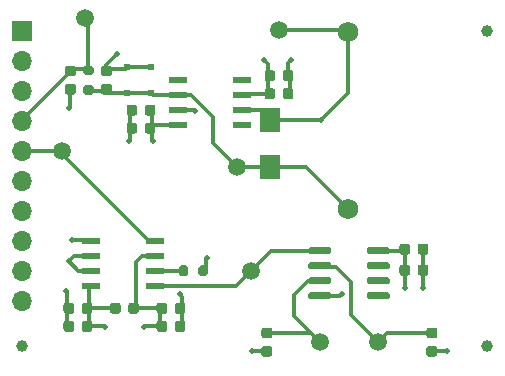
<source format=gbr>
G04 #@! TF.GenerationSoftware,KiCad,Pcbnew,(5.1.7)-1*
G04 #@! TF.CreationDate,2020-12-17T15:43:41-06:00*
G04 #@! TF.ProjectId,analog_pcb,616e616c-6f67-45f7-9063-622e6b696361,2.0*
G04 #@! TF.SameCoordinates,Original*
G04 #@! TF.FileFunction,Copper,L1,Top*
G04 #@! TF.FilePolarity,Positive*
%FSLAX46Y46*%
G04 Gerber Fmt 4.6, Leading zero omitted, Abs format (unit mm)*
G04 Created by KiCad (PCBNEW (5.1.7)-1) date 2020-12-17 15:43:41*
%MOMM*%
%LPD*%
G01*
G04 APERTURE LIST*
G04 #@! TA.AperFunction,SMDPad,CuDef*
%ADD10R,0.500000X0.500000*%
G04 #@! TD*
G04 #@! TA.AperFunction,SMDPad,CuDef*
%ADD11C,1.000000*%
G04 #@! TD*
G04 #@! TA.AperFunction,ComponentPad*
%ADD12O,1.700000X1.700000*%
G04 #@! TD*
G04 #@! TA.AperFunction,ComponentPad*
%ADD13R,1.700000X1.700000*%
G04 #@! TD*
G04 #@! TA.AperFunction,SMDPad,CuDef*
%ADD14R,1.700000X2.000000*%
G04 #@! TD*
G04 #@! TA.AperFunction,SMDPad,CuDef*
%ADD15C,1.500000*%
G04 #@! TD*
G04 #@! TA.AperFunction,SMDPad,CuDef*
%ADD16R,1.550000X0.600000*%
G04 #@! TD*
G04 #@! TA.AperFunction,ComponentPad*
%ADD17C,1.750000*%
G04 #@! TD*
G04 #@! TA.AperFunction,ComponentPad*
%ADD18C,1.500000*%
G04 #@! TD*
G04 #@! TA.AperFunction,ViaPad*
%ADD19C,0.508000*%
G04 #@! TD*
G04 #@! TA.AperFunction,Conductor*
%ADD20C,0.304800*%
G04 #@! TD*
G04 APERTURE END LIST*
D10*
X127896700Y-69931300D03*
X127896700Y-72131300D03*
X125864700Y-69931300D03*
X125864700Y-72131300D03*
D11*
X116940000Y-93510000D03*
X156310000Y-93510000D03*
X156310000Y-66840000D03*
D12*
X116940000Y-89700000D03*
X116940000Y-87160000D03*
X116940000Y-84620000D03*
X116940000Y-82080000D03*
X116940000Y-79540000D03*
X116940000Y-77000000D03*
X116940000Y-74460000D03*
X116940000Y-71920000D03*
X116940000Y-69380000D03*
D13*
X116940000Y-66840000D03*
D14*
X137929700Y-78365300D03*
X137929700Y-74365300D03*
D15*
X136350000Y-87150000D03*
X122250000Y-65750000D03*
X135100000Y-78350000D03*
X138684000Y-66802000D03*
X120350000Y-77000000D03*
D16*
X135549700Y-71031300D03*
X135549700Y-72301300D03*
X135549700Y-73571300D03*
X135549700Y-74841300D03*
X130149700Y-74841300D03*
X130149700Y-73571300D03*
X130149700Y-72301300D03*
X130149700Y-71031300D03*
X128179700Y-84633300D03*
X128179700Y-85903300D03*
X128179700Y-87173300D03*
X128179700Y-88443300D03*
X122779700Y-88443300D03*
X122779700Y-87173300D03*
X122779700Y-85903300D03*
X122779700Y-84633300D03*
G04 #@! TA.AperFunction,SMDPad,CuDef*
G36*
G01*
X129868700Y-90598300D02*
X129868700Y-90098300D01*
G75*
G02*
X130093700Y-89873300I225000J0D01*
G01*
X130543700Y-89873300D01*
G75*
G02*
X130768700Y-90098300I0J-225000D01*
G01*
X130768700Y-90598300D01*
G75*
G02*
X130543700Y-90823300I-225000J0D01*
G01*
X130093700Y-90823300D01*
G75*
G02*
X129868700Y-90598300I0J225000D01*
G01*
G37*
G04 #@! TD.AperFunction*
G04 #@! TA.AperFunction,SMDPad,CuDef*
G36*
G01*
X128318700Y-90598300D02*
X128318700Y-90098300D01*
G75*
G02*
X128543700Y-89873300I225000J0D01*
G01*
X128993700Y-89873300D01*
G75*
G02*
X129218700Y-90098300I0J-225000D01*
G01*
X129218700Y-90598300D01*
G75*
G02*
X128993700Y-90823300I-225000J0D01*
G01*
X128543700Y-90823300D01*
G75*
G02*
X128318700Y-90598300I0J225000D01*
G01*
G37*
G04 #@! TD.AperFunction*
G04 #@! TA.AperFunction,SMDPad,CuDef*
G36*
G01*
X120444700Y-90598300D02*
X120444700Y-90098300D01*
G75*
G02*
X120669700Y-89873300I225000J0D01*
G01*
X121119700Y-89873300D01*
G75*
G02*
X121344700Y-90098300I0J-225000D01*
G01*
X121344700Y-90598300D01*
G75*
G02*
X121119700Y-90823300I-225000J0D01*
G01*
X120669700Y-90823300D01*
G75*
G02*
X120444700Y-90598300I0J225000D01*
G01*
G37*
G04 #@! TD.AperFunction*
G04 #@! TA.AperFunction,SMDPad,CuDef*
G36*
G01*
X121994700Y-90598300D02*
X121994700Y-90098300D01*
G75*
G02*
X122219700Y-89873300I225000J0D01*
G01*
X122669700Y-89873300D01*
G75*
G02*
X122894700Y-90098300I0J-225000D01*
G01*
X122894700Y-90598300D01*
G75*
G02*
X122669700Y-90823300I-225000J0D01*
G01*
X122219700Y-90823300D01*
G75*
G02*
X121994700Y-90598300I0J225000D01*
G01*
G37*
G04 #@! TD.AperFunction*
G04 #@! TA.AperFunction,SMDPad,CuDef*
G36*
G01*
X128318700Y-92122300D02*
X128318700Y-91622300D01*
G75*
G02*
X128543700Y-91397300I225000J0D01*
G01*
X128993700Y-91397300D01*
G75*
G02*
X129218700Y-91622300I0J-225000D01*
G01*
X129218700Y-92122300D01*
G75*
G02*
X128993700Y-92347300I-225000J0D01*
G01*
X128543700Y-92347300D01*
G75*
G02*
X128318700Y-92122300I0J225000D01*
G01*
G37*
G04 #@! TD.AperFunction*
G04 #@! TA.AperFunction,SMDPad,CuDef*
G36*
G01*
X129868700Y-92122300D02*
X129868700Y-91622300D01*
G75*
G02*
X130093700Y-91397300I225000J0D01*
G01*
X130543700Y-91397300D01*
G75*
G02*
X130768700Y-91622300I0J-225000D01*
G01*
X130768700Y-92122300D01*
G75*
G02*
X130543700Y-92347300I-225000J0D01*
G01*
X130093700Y-92347300D01*
G75*
G02*
X129868700Y-92122300I0J225000D01*
G01*
G37*
G04 #@! TD.AperFunction*
G04 #@! TA.AperFunction,SMDPad,CuDef*
G36*
G01*
X121994700Y-92122300D02*
X121994700Y-91622300D01*
G75*
G02*
X122219700Y-91397300I225000J0D01*
G01*
X122669700Y-91397300D01*
G75*
G02*
X122894700Y-91622300I0J-225000D01*
G01*
X122894700Y-92122300D01*
G75*
G02*
X122669700Y-92347300I-225000J0D01*
G01*
X122219700Y-92347300D01*
G75*
G02*
X121994700Y-92122300I0J225000D01*
G01*
G37*
G04 #@! TD.AperFunction*
G04 #@! TA.AperFunction,SMDPad,CuDef*
G36*
G01*
X120444700Y-92122300D02*
X120444700Y-91622300D01*
G75*
G02*
X120669700Y-91397300I225000J0D01*
G01*
X121119700Y-91397300D01*
G75*
G02*
X121344700Y-91622300I0J-225000D01*
G01*
X121344700Y-92122300D01*
G75*
G02*
X121119700Y-92347300I-225000J0D01*
G01*
X120669700Y-92347300D01*
G75*
G02*
X120444700Y-92122300I0J225000D01*
G01*
G37*
G04 #@! TD.AperFunction*
G04 #@! TA.AperFunction,SMDPad,CuDef*
G36*
G01*
X125281700Y-90098300D02*
X125281700Y-90598300D01*
G75*
G02*
X125056700Y-90823300I-225000J0D01*
G01*
X124606700Y-90823300D01*
G75*
G02*
X124381700Y-90598300I0J225000D01*
G01*
X124381700Y-90098300D01*
G75*
G02*
X124606700Y-89873300I225000J0D01*
G01*
X125056700Y-89873300D01*
G75*
G02*
X125281700Y-90098300I0J-225000D01*
G01*
G37*
G04 #@! TD.AperFunction*
G04 #@! TA.AperFunction,SMDPad,CuDef*
G36*
G01*
X126831700Y-90098300D02*
X126831700Y-90598300D01*
G75*
G02*
X126606700Y-90823300I-225000J0D01*
G01*
X126156700Y-90823300D01*
G75*
G02*
X125931700Y-90598300I0J225000D01*
G01*
X125931700Y-90098300D01*
G75*
G02*
X126156700Y-89873300I225000J0D01*
G01*
X126606700Y-89873300D01*
G75*
G02*
X126831700Y-90098300I0J-225000D01*
G01*
G37*
G04 #@! TD.AperFunction*
D17*
X144526000Y-81922000D03*
X144526000Y-66922000D03*
G04 #@! TA.AperFunction,SMDPad,CuDef*
G36*
G01*
X120788700Y-71356300D02*
X121288700Y-71356300D01*
G75*
G02*
X121513700Y-71581300I0J-225000D01*
G01*
X121513700Y-72031300D01*
G75*
G02*
X121288700Y-72256300I-225000J0D01*
G01*
X120788700Y-72256300D01*
G75*
G02*
X120563700Y-72031300I0J225000D01*
G01*
X120563700Y-71581300D01*
G75*
G02*
X120788700Y-71356300I225000J0D01*
G01*
G37*
G04 #@! TD.AperFunction*
G04 #@! TA.AperFunction,SMDPad,CuDef*
G36*
G01*
X120788700Y-69806300D02*
X121288700Y-69806300D01*
G75*
G02*
X121513700Y-70031300I0J-225000D01*
G01*
X121513700Y-70481300D01*
G75*
G02*
X121288700Y-70706300I-225000J0D01*
G01*
X120788700Y-70706300D01*
G75*
G02*
X120563700Y-70481300I0J225000D01*
G01*
X120563700Y-70031300D01*
G75*
G02*
X120788700Y-69806300I225000J0D01*
G01*
G37*
G04 #@! TD.AperFunction*
G04 #@! TA.AperFunction,SMDPad,CuDef*
G36*
G01*
X124336700Y-72256300D02*
X123836700Y-72256300D01*
G75*
G02*
X123611700Y-72031300I0J225000D01*
G01*
X123611700Y-71581300D01*
G75*
G02*
X123836700Y-71356300I225000J0D01*
G01*
X124336700Y-71356300D01*
G75*
G02*
X124561700Y-71581300I0J-225000D01*
G01*
X124561700Y-72031300D01*
G75*
G02*
X124336700Y-72256300I-225000J0D01*
G01*
G37*
G04 #@! TD.AperFunction*
G04 #@! TA.AperFunction,SMDPad,CuDef*
G36*
G01*
X124336700Y-70706300D02*
X123836700Y-70706300D01*
G75*
G02*
X123611700Y-70481300I0J225000D01*
G01*
X123611700Y-70031300D01*
G75*
G02*
X123836700Y-69806300I225000J0D01*
G01*
X124336700Y-69806300D01*
G75*
G02*
X124561700Y-70031300I0J-225000D01*
G01*
X124561700Y-70481300D01*
G75*
G02*
X124336700Y-70706300I-225000J0D01*
G01*
G37*
G04 #@! TD.AperFunction*
G04 #@! TA.AperFunction,SMDPad,CuDef*
G36*
G01*
X148889000Y-85594000D02*
X148889000Y-85094000D01*
G75*
G02*
X149114000Y-84869000I225000J0D01*
G01*
X149564000Y-84869000D01*
G75*
G02*
X149789000Y-85094000I0J-225000D01*
G01*
X149789000Y-85594000D01*
G75*
G02*
X149564000Y-85819000I-225000J0D01*
G01*
X149114000Y-85819000D01*
G75*
G02*
X148889000Y-85594000I0J225000D01*
G01*
G37*
G04 #@! TD.AperFunction*
G04 #@! TA.AperFunction,SMDPad,CuDef*
G36*
G01*
X150439000Y-85594000D02*
X150439000Y-85094000D01*
G75*
G02*
X150664000Y-84869000I225000J0D01*
G01*
X151114000Y-84869000D01*
G75*
G02*
X151339000Y-85094000I0J-225000D01*
G01*
X151339000Y-85594000D01*
G75*
G02*
X151114000Y-85819000I-225000J0D01*
G01*
X150664000Y-85819000D01*
G75*
G02*
X150439000Y-85594000I0J225000D01*
G01*
G37*
G04 #@! TD.AperFunction*
G04 #@! TA.AperFunction,SMDPad,CuDef*
G36*
G01*
X150439000Y-87372000D02*
X150439000Y-86872000D01*
G75*
G02*
X150664000Y-86647000I225000J0D01*
G01*
X151114000Y-86647000D01*
G75*
G02*
X151339000Y-86872000I0J-225000D01*
G01*
X151339000Y-87372000D01*
G75*
G02*
X151114000Y-87597000I-225000J0D01*
G01*
X150664000Y-87597000D01*
G75*
G02*
X150439000Y-87372000I0J225000D01*
G01*
G37*
G04 #@! TD.AperFunction*
G04 #@! TA.AperFunction,SMDPad,CuDef*
G36*
G01*
X148889000Y-87372000D02*
X148889000Y-86872000D01*
G75*
G02*
X149114000Y-86647000I225000J0D01*
G01*
X149564000Y-86647000D01*
G75*
G02*
X149789000Y-86872000I0J-225000D01*
G01*
X149789000Y-87372000D01*
G75*
G02*
X149564000Y-87597000I-225000J0D01*
G01*
X149114000Y-87597000D01*
G75*
G02*
X148889000Y-87372000I0J225000D01*
G01*
G37*
G04 #@! TD.AperFunction*
G04 #@! TA.AperFunction,SMDPad,CuDef*
G36*
G01*
X137466700Y-70900300D02*
X137466700Y-70400300D01*
G75*
G02*
X137691700Y-70175300I225000J0D01*
G01*
X138141700Y-70175300D01*
G75*
G02*
X138366700Y-70400300I0J-225000D01*
G01*
X138366700Y-70900300D01*
G75*
G02*
X138141700Y-71125300I-225000J0D01*
G01*
X137691700Y-71125300D01*
G75*
G02*
X137466700Y-70900300I0J225000D01*
G01*
G37*
G04 #@! TD.AperFunction*
G04 #@! TA.AperFunction,SMDPad,CuDef*
G36*
G01*
X139016700Y-70900300D02*
X139016700Y-70400300D01*
G75*
G02*
X139241700Y-70175300I225000J0D01*
G01*
X139691700Y-70175300D01*
G75*
G02*
X139916700Y-70400300I0J-225000D01*
G01*
X139916700Y-70900300D01*
G75*
G02*
X139691700Y-71125300I-225000J0D01*
G01*
X139241700Y-71125300D01*
G75*
G02*
X139016700Y-70900300I0J225000D01*
G01*
G37*
G04 #@! TD.AperFunction*
G04 #@! TA.AperFunction,SMDPad,CuDef*
G36*
G01*
X137466700Y-72424300D02*
X137466700Y-71924300D01*
G75*
G02*
X137691700Y-71699300I225000J0D01*
G01*
X138141700Y-71699300D01*
G75*
G02*
X138366700Y-71924300I0J-225000D01*
G01*
X138366700Y-72424300D01*
G75*
G02*
X138141700Y-72649300I-225000J0D01*
G01*
X137691700Y-72649300D01*
G75*
G02*
X137466700Y-72424300I0J225000D01*
G01*
G37*
G04 #@! TD.AperFunction*
G04 #@! TA.AperFunction,SMDPad,CuDef*
G36*
G01*
X139016700Y-72424300D02*
X139016700Y-71924300D01*
G75*
G02*
X139241700Y-71699300I225000J0D01*
G01*
X139691700Y-71699300D01*
G75*
G02*
X139916700Y-71924300I0J-225000D01*
G01*
X139916700Y-72424300D01*
G75*
G02*
X139691700Y-72649300I-225000J0D01*
G01*
X139241700Y-72649300D01*
G75*
G02*
X139016700Y-72424300I0J225000D01*
G01*
G37*
G04 #@! TD.AperFunction*
G04 #@! TA.AperFunction,SMDPad,CuDef*
G36*
G01*
X126682700Y-74845300D02*
X126682700Y-75345300D01*
G75*
G02*
X126457700Y-75570300I-225000J0D01*
G01*
X126007700Y-75570300D01*
G75*
G02*
X125782700Y-75345300I0J225000D01*
G01*
X125782700Y-74845300D01*
G75*
G02*
X126007700Y-74620300I225000J0D01*
G01*
X126457700Y-74620300D01*
G75*
G02*
X126682700Y-74845300I0J-225000D01*
G01*
G37*
G04 #@! TD.AperFunction*
G04 #@! TA.AperFunction,SMDPad,CuDef*
G36*
G01*
X128232700Y-74845300D02*
X128232700Y-75345300D01*
G75*
G02*
X128007700Y-75570300I-225000J0D01*
G01*
X127557700Y-75570300D01*
G75*
G02*
X127332700Y-75345300I0J225000D01*
G01*
X127332700Y-74845300D01*
G75*
G02*
X127557700Y-74620300I225000J0D01*
G01*
X128007700Y-74620300D01*
G75*
G02*
X128232700Y-74845300I0J-225000D01*
G01*
G37*
G04 #@! TD.AperFunction*
G04 #@! TA.AperFunction,SMDPad,CuDef*
G36*
G01*
X128232700Y-73321300D02*
X128232700Y-73821300D01*
G75*
G02*
X128007700Y-74046300I-225000J0D01*
G01*
X127557700Y-74046300D01*
G75*
G02*
X127332700Y-73821300I0J225000D01*
G01*
X127332700Y-73321300D01*
G75*
G02*
X127557700Y-73096300I225000J0D01*
G01*
X128007700Y-73096300D01*
G75*
G02*
X128232700Y-73321300I0J-225000D01*
G01*
G37*
G04 #@! TD.AperFunction*
G04 #@! TA.AperFunction,SMDPad,CuDef*
G36*
G01*
X126682700Y-73321300D02*
X126682700Y-73821300D01*
G75*
G02*
X126457700Y-74046300I-225000J0D01*
G01*
X126007700Y-74046300D01*
G75*
G02*
X125782700Y-73821300I0J225000D01*
G01*
X125782700Y-73321300D01*
G75*
G02*
X126007700Y-73096300I225000J0D01*
G01*
X126457700Y-73096300D01*
G75*
G02*
X126682700Y-73321300I0J-225000D01*
G01*
G37*
G04 #@! TD.AperFunction*
G04 #@! TA.AperFunction,SMDPad,CuDef*
G36*
G01*
X122837700Y-72256300D02*
X122287700Y-72256300D01*
G75*
G02*
X122087700Y-72056300I0J200000D01*
G01*
X122087700Y-71656300D01*
G75*
G02*
X122287700Y-71456300I200000J0D01*
G01*
X122837700Y-71456300D01*
G75*
G02*
X123037700Y-71656300I0J-200000D01*
G01*
X123037700Y-72056300D01*
G75*
G02*
X122837700Y-72256300I-200000J0D01*
G01*
G37*
G04 #@! TD.AperFunction*
G04 #@! TA.AperFunction,SMDPad,CuDef*
G36*
G01*
X122837700Y-70606300D02*
X122287700Y-70606300D01*
G75*
G02*
X122087700Y-70406300I0J200000D01*
G01*
X122087700Y-70006300D01*
G75*
G02*
X122287700Y-69806300I200000J0D01*
G01*
X122837700Y-69806300D01*
G75*
G02*
X123037700Y-70006300I0J-200000D01*
G01*
X123037700Y-70406300D01*
G75*
G02*
X122837700Y-70606300I-200000J0D01*
G01*
G37*
G04 #@! TD.AperFunction*
G04 #@! TA.AperFunction,SMDPad,CuDef*
G36*
G01*
X131023700Y-86898300D02*
X131023700Y-87448300D01*
G75*
G02*
X130823700Y-87648300I-200000J0D01*
G01*
X130423700Y-87648300D01*
G75*
G02*
X130223700Y-87448300I0J200000D01*
G01*
X130223700Y-86898300D01*
G75*
G02*
X130423700Y-86698300I200000J0D01*
G01*
X130823700Y-86698300D01*
G75*
G02*
X131023700Y-86898300I0J-200000D01*
G01*
G37*
G04 #@! TD.AperFunction*
G04 #@! TA.AperFunction,SMDPad,CuDef*
G36*
G01*
X132673700Y-86898300D02*
X132673700Y-87448300D01*
G75*
G02*
X132473700Y-87648300I-200000J0D01*
G01*
X132073700Y-87648300D01*
G75*
G02*
X131873700Y-87448300I0J200000D01*
G01*
X131873700Y-86898300D01*
G75*
G02*
X132073700Y-86698300I200000J0D01*
G01*
X132473700Y-86698300D01*
G75*
G02*
X132673700Y-86898300I0J-200000D01*
G01*
G37*
G04 #@! TD.AperFunction*
G04 #@! TA.AperFunction,SMDPad,CuDef*
G36*
G01*
X141164382Y-85626501D02*
X141164382Y-85326501D01*
G75*
G02*
X141314382Y-85176501I150000J0D01*
G01*
X142964382Y-85176501D01*
G75*
G02*
X143114382Y-85326501I0J-150000D01*
G01*
X143114382Y-85626501D01*
G75*
G02*
X142964382Y-85776501I-150000J0D01*
G01*
X141314382Y-85776501D01*
G75*
G02*
X141164382Y-85626501I0J150000D01*
G01*
G37*
G04 #@! TD.AperFunction*
G04 #@! TA.AperFunction,SMDPad,CuDef*
G36*
G01*
X141164382Y-86896501D02*
X141164382Y-86596501D01*
G75*
G02*
X141314382Y-86446501I150000J0D01*
G01*
X142964382Y-86446501D01*
G75*
G02*
X143114382Y-86596501I0J-150000D01*
G01*
X143114382Y-86896501D01*
G75*
G02*
X142964382Y-87046501I-150000J0D01*
G01*
X141314382Y-87046501D01*
G75*
G02*
X141164382Y-86896501I0J150000D01*
G01*
G37*
G04 #@! TD.AperFunction*
G04 #@! TA.AperFunction,SMDPad,CuDef*
G36*
G01*
X141164382Y-88166501D02*
X141164382Y-87866501D01*
G75*
G02*
X141314382Y-87716501I150000J0D01*
G01*
X142964382Y-87716501D01*
G75*
G02*
X143114382Y-87866501I0J-150000D01*
G01*
X143114382Y-88166501D01*
G75*
G02*
X142964382Y-88316501I-150000J0D01*
G01*
X141314382Y-88316501D01*
G75*
G02*
X141164382Y-88166501I0J150000D01*
G01*
G37*
G04 #@! TD.AperFunction*
G04 #@! TA.AperFunction,SMDPad,CuDef*
G36*
G01*
X141164382Y-89436501D02*
X141164382Y-89136501D01*
G75*
G02*
X141314382Y-88986501I150000J0D01*
G01*
X142964382Y-88986501D01*
G75*
G02*
X143114382Y-89136501I0J-150000D01*
G01*
X143114382Y-89436501D01*
G75*
G02*
X142964382Y-89586501I-150000J0D01*
G01*
X141314382Y-89586501D01*
G75*
G02*
X141164382Y-89436501I0J150000D01*
G01*
G37*
G04 #@! TD.AperFunction*
G04 #@! TA.AperFunction,SMDPad,CuDef*
G36*
G01*
X146114382Y-89436501D02*
X146114382Y-89136501D01*
G75*
G02*
X146264382Y-88986501I150000J0D01*
G01*
X147914382Y-88986501D01*
G75*
G02*
X148064382Y-89136501I0J-150000D01*
G01*
X148064382Y-89436501D01*
G75*
G02*
X147914382Y-89586501I-150000J0D01*
G01*
X146264382Y-89586501D01*
G75*
G02*
X146114382Y-89436501I0J150000D01*
G01*
G37*
G04 #@! TD.AperFunction*
G04 #@! TA.AperFunction,SMDPad,CuDef*
G36*
G01*
X146114382Y-88166501D02*
X146114382Y-87866501D01*
G75*
G02*
X146264382Y-87716501I150000J0D01*
G01*
X147914382Y-87716501D01*
G75*
G02*
X148064382Y-87866501I0J-150000D01*
G01*
X148064382Y-88166501D01*
G75*
G02*
X147914382Y-88316501I-150000J0D01*
G01*
X146264382Y-88316501D01*
G75*
G02*
X146114382Y-88166501I0J150000D01*
G01*
G37*
G04 #@! TD.AperFunction*
G04 #@! TA.AperFunction,SMDPad,CuDef*
G36*
G01*
X146114382Y-86896501D02*
X146114382Y-86596501D01*
G75*
G02*
X146264382Y-86446501I150000J0D01*
G01*
X147914382Y-86446501D01*
G75*
G02*
X148064382Y-86596501I0J-150000D01*
G01*
X148064382Y-86896501D01*
G75*
G02*
X147914382Y-87046501I-150000J0D01*
G01*
X146264382Y-87046501D01*
G75*
G02*
X146114382Y-86896501I0J150000D01*
G01*
G37*
G04 #@! TD.AperFunction*
G04 #@! TA.AperFunction,SMDPad,CuDef*
G36*
G01*
X146114382Y-85626501D02*
X146114382Y-85326501D01*
G75*
G02*
X146264382Y-85176501I150000J0D01*
G01*
X147914382Y-85176501D01*
G75*
G02*
X148064382Y-85326501I0J-150000D01*
G01*
X148064382Y-85626501D01*
G75*
G02*
X147914382Y-85776501I-150000J0D01*
G01*
X146264382Y-85776501D01*
G75*
G02*
X146114382Y-85626501I0J150000D01*
G01*
G37*
G04 #@! TD.AperFunction*
G04 #@! TA.AperFunction,SMDPad,CuDef*
G36*
G01*
X151888000Y-94443000D02*
X151388000Y-94443000D01*
G75*
G02*
X151163000Y-94218000I0J225000D01*
G01*
X151163000Y-93768000D01*
G75*
G02*
X151388000Y-93543000I225000J0D01*
G01*
X151888000Y-93543000D01*
G75*
G02*
X152113000Y-93768000I0J-225000D01*
G01*
X152113000Y-94218000D01*
G75*
G02*
X151888000Y-94443000I-225000J0D01*
G01*
G37*
G04 #@! TD.AperFunction*
G04 #@! TA.AperFunction,SMDPad,CuDef*
G36*
G01*
X151888000Y-92893000D02*
X151388000Y-92893000D01*
G75*
G02*
X151163000Y-92668000I0J225000D01*
G01*
X151163000Y-92218000D01*
G75*
G02*
X151388000Y-91993000I225000J0D01*
G01*
X151888000Y-91993000D01*
G75*
G02*
X152113000Y-92218000I0J-225000D01*
G01*
X152113000Y-92668000D01*
G75*
G02*
X151888000Y-92893000I-225000J0D01*
G01*
G37*
G04 #@! TD.AperFunction*
G04 #@! TA.AperFunction,SMDPad,CuDef*
G36*
G01*
X137918000Y-92893000D02*
X137418000Y-92893000D01*
G75*
G02*
X137193000Y-92668000I0J225000D01*
G01*
X137193000Y-92218000D01*
G75*
G02*
X137418000Y-91993000I225000J0D01*
G01*
X137918000Y-91993000D01*
G75*
G02*
X138143000Y-92218000I0J-225000D01*
G01*
X138143000Y-92668000D01*
G75*
G02*
X137918000Y-92893000I-225000J0D01*
G01*
G37*
G04 #@! TD.AperFunction*
G04 #@! TA.AperFunction,SMDPad,CuDef*
G36*
G01*
X137918000Y-94443000D02*
X137418000Y-94443000D01*
G75*
G02*
X137193000Y-94218000I0J225000D01*
G01*
X137193000Y-93768000D01*
G75*
G02*
X137418000Y-93543000I225000J0D01*
G01*
X137918000Y-93543000D01*
G75*
G02*
X138143000Y-93768000I0J-225000D01*
G01*
X138143000Y-94218000D01*
G75*
G02*
X137918000Y-94443000I-225000J0D01*
G01*
G37*
G04 #@! TD.AperFunction*
D18*
X147066000Y-93218000D03*
X142186000Y-93218000D03*
D19*
X120904000Y-86360000D03*
X120650000Y-88900000D03*
X130302000Y-89154000D03*
X131572000Y-73660000D03*
X124968000Y-68834000D03*
X120904000Y-73406000D03*
X125984000Y-76200000D03*
X150876000Y-88646000D03*
X139700000Y-69342000D03*
X152908000Y-93980000D03*
X136398000Y-93980000D03*
X144018000Y-89154000D03*
X137414000Y-69342000D03*
X127254000Y-91948000D03*
X149352000Y-88646000D03*
X128016000Y-76200000D03*
X132588000Y-86106000D03*
X123952000Y-91948000D03*
X142240000Y-74422000D03*
X121158000Y-84582000D03*
D20*
X122779700Y-87173300D02*
X121717300Y-87173300D01*
X121717300Y-87173300D02*
X120904000Y-86360000D01*
X121360700Y-85903300D02*
X120904000Y-86360000D01*
X122779700Y-85903300D02*
X121360700Y-85903300D01*
X120719700Y-91872300D02*
X120719700Y-90348300D01*
X120719700Y-90348300D02*
X120719700Y-88969700D01*
X120719700Y-88969700D02*
X120650000Y-88900000D01*
X130493700Y-91872300D02*
X130493700Y-90348300D01*
X130493700Y-90348300D02*
X130493700Y-89345700D01*
X130493700Y-89345700D02*
X130302000Y-89154000D01*
X139641700Y-72174300D02*
X139641700Y-70650300D01*
X130149700Y-73571300D02*
X131483300Y-73571300D01*
X131483300Y-73571300D02*
X131572000Y-73660000D01*
X125714700Y-70081300D02*
X125864700Y-69931300D01*
X124086700Y-70081300D02*
X125714700Y-70081300D01*
X125864700Y-69931300D02*
X127896700Y-69931300D01*
X124086700Y-70081300D02*
X124086700Y-69715300D01*
X124086700Y-69715300D02*
X124968000Y-68834000D01*
X121038700Y-71981300D02*
X121038700Y-73271300D01*
X121038700Y-73271300D02*
X120904000Y-73406000D01*
X126057700Y-73571300D02*
X126057700Y-75095300D01*
X126057700Y-75095300D02*
X126057700Y-76126300D01*
X126057700Y-76126300D02*
X125984000Y-76200000D01*
X150889000Y-87122000D02*
X150889000Y-85344000D01*
X150889000Y-88633000D02*
X150876000Y-88646000D01*
X150889000Y-87122000D02*
X150889000Y-88633000D01*
X139466700Y-69575300D02*
X139700000Y-69342000D01*
X139466700Y-70650300D02*
X139466700Y-69575300D01*
X152895000Y-93993000D02*
X152908000Y-93980000D01*
X151638000Y-93993000D02*
X152895000Y-93993000D01*
X136411000Y-93993000D02*
X136398000Y-93980000D01*
X137668000Y-93993000D02*
X136411000Y-93993000D01*
X143885499Y-89286501D02*
X144018000Y-89154000D01*
X142139382Y-89286501D02*
X143885499Y-89286501D01*
X126556700Y-90348300D02*
X128593700Y-90348300D01*
X128593700Y-91872300D02*
X128593700Y-90348300D01*
X126556700Y-89668500D02*
X126556700Y-90348300D01*
X126556700Y-86446500D02*
X126556700Y-89668500D01*
X127099900Y-85903300D02*
X126556700Y-86446500D01*
X128179700Y-85903300D02*
X127099900Y-85903300D01*
X137741700Y-72174300D02*
X137741700Y-70650300D01*
X135676700Y-72174300D02*
X135549700Y-72301300D01*
X137741700Y-72174300D02*
X135676700Y-72174300D01*
X137741700Y-70650300D02*
X137741700Y-69669700D01*
X137741700Y-69669700D02*
X137414000Y-69342000D01*
X128593700Y-91872300D02*
X127329700Y-91872300D01*
X127329700Y-91872300D02*
X127254000Y-91948000D01*
X149206499Y-85476501D02*
X149339000Y-85344000D01*
X147089382Y-85476501D02*
X149206499Y-85476501D01*
X149339000Y-87122000D02*
X149339000Y-85344000D01*
X149339000Y-88633000D02*
X149352000Y-88646000D01*
X149339000Y-87122000D02*
X149339000Y-88633000D01*
X122412700Y-70081300D02*
X122562700Y-69931300D01*
X121038700Y-70081300D02*
X122412700Y-70081300D01*
X116940000Y-74405000D02*
X116940000Y-74460000D01*
X121038700Y-70306300D02*
X116940000Y-74405000D01*
X121038700Y-70081300D02*
X121038700Y-70306300D01*
X122562700Y-66062700D02*
X122250000Y-65750000D01*
X122562700Y-69931300D02*
X122562700Y-66062700D01*
X122619700Y-91872300D02*
X122619700Y-90348300D01*
X122619700Y-88603300D02*
X122779700Y-88443300D01*
X122619700Y-90348300D02*
X122619700Y-88603300D01*
X124656700Y-90348300D02*
X122619700Y-90348300D01*
X127957700Y-73571300D02*
X127957700Y-75095300D01*
X127957700Y-75095300D02*
X127957700Y-76141700D01*
X127957700Y-76141700D02*
X128016000Y-76200000D01*
X128211700Y-74841300D02*
X127957700Y-75095300D01*
X130149700Y-74841300D02*
X128211700Y-74841300D01*
X132548700Y-87173300D02*
X132548700Y-86145300D01*
X132548700Y-86145300D02*
X132588000Y-86106000D01*
X122619700Y-91872300D02*
X123876300Y-91872300D01*
X123876300Y-91872300D02*
X123952000Y-91948000D01*
X116940000Y-77000000D02*
X120350000Y-77000000D01*
X120350000Y-77278600D02*
X120350000Y-77000000D01*
X127704700Y-84633300D02*
X120350000Y-77278600D01*
X128179700Y-84633300D02*
X127704700Y-84633300D01*
X136353300Y-87153300D02*
X136350000Y-87150000D01*
X135056700Y-88443300D02*
X136350000Y-87150000D01*
X128179700Y-88443300D02*
X135056700Y-88443300D01*
X138023499Y-85476501D02*
X136350000Y-87150000D01*
X142139382Y-85476501D02*
X138023499Y-85476501D01*
X128066700Y-72301300D02*
X127896700Y-72131300D01*
X130149700Y-72301300D02*
X128066700Y-72301300D01*
X127896700Y-72131300D02*
X125864700Y-72131300D01*
X124236700Y-72131300D02*
X124086700Y-71981300D01*
X125864700Y-72131300D02*
X124236700Y-72131300D01*
X122712700Y-71981300D02*
X122562700Y-72131300D01*
X124086700Y-71981300D02*
X122712700Y-71981300D01*
X131229500Y-72301300D02*
X133096000Y-74167800D01*
X130149700Y-72301300D02*
X131229500Y-72301300D01*
X133096000Y-76346000D02*
X135100000Y-78350000D01*
X133096000Y-74167800D02*
X133096000Y-76346000D01*
X137914400Y-78350000D02*
X137929700Y-78365300D01*
X135100000Y-78350000D02*
X137914400Y-78350000D01*
X140969300Y-78365300D02*
X144526000Y-81922000D01*
X137929700Y-78365300D02*
X140969300Y-78365300D01*
X137135700Y-73571300D02*
X137929700Y-74365300D01*
X135549700Y-73571300D02*
X137135700Y-73571300D01*
X122728400Y-84582000D02*
X122779700Y-84633300D01*
X121158000Y-84582000D02*
X122728400Y-84582000D01*
X144526000Y-72136000D02*
X142240000Y-74422000D01*
X144526000Y-66922000D02*
X144526000Y-72136000D01*
X144406000Y-66802000D02*
X144526000Y-66922000D01*
X138684000Y-66802000D02*
X144406000Y-66802000D01*
X142183300Y-74365300D02*
X142240000Y-74422000D01*
X137929700Y-74365300D02*
X142183300Y-74365300D01*
X128179700Y-87173300D02*
X130348700Y-87173300D01*
X142487582Y-86746501D02*
X142609081Y-86868000D01*
X142139382Y-86746501D02*
X142487582Y-86746501D01*
X142609081Y-86868000D02*
X143510000Y-86868000D01*
X143510000Y-86868000D02*
X144780000Y-88138000D01*
X144780000Y-90932000D02*
X147066000Y-93218000D01*
X144780000Y-88138000D02*
X144780000Y-90932000D01*
X147841000Y-92443000D02*
X147066000Y-93218000D01*
X151638000Y-92443000D02*
X147841000Y-92443000D01*
X141411000Y-92443000D02*
X142186000Y-93218000D01*
X137668000Y-92443000D02*
X141411000Y-92443000D01*
X141164382Y-88016501D02*
X139954000Y-89226883D01*
X142139382Y-88016501D02*
X141164382Y-88016501D01*
X139954000Y-90986000D02*
X141411000Y-92443000D01*
X139954000Y-89226883D02*
X139954000Y-90986000D01*
M02*

</source>
